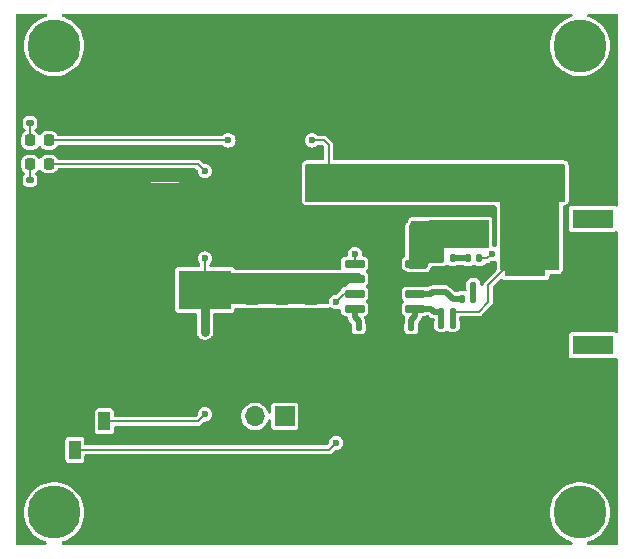
<source format=gtl>
G04 #@! TF.GenerationSoftware,KiCad,Pcbnew,8.0.2*
G04 #@! TF.CreationDate,2024-06-29T10:38:53+01:00*
G04 #@! TF.ProjectId,NB3_charger,4e42335f-706f-4776-9572-2e6b69636164,0.0.5*
G04 #@! TF.SameCoordinates,PX7bfa480PY7c37510*
G04 #@! TF.FileFunction,Copper,L1,Top*
G04 #@! TF.FilePolarity,Positive*
%FSLAX46Y46*%
G04 Gerber Fmt 4.6, Leading zero omitted, Abs format (unit mm)*
G04 Created by KiCad (PCBNEW 8.0.2) date 2024-06-29 10:38:53*
%MOMM*%
%LPD*%
G01*
G04 APERTURE LIST*
G04 Aperture macros list*
%AMRoundRect*
0 Rectangle with rounded corners*
0 $1 Rounding radius*
0 $2 $3 $4 $5 $6 $7 $8 $9 X,Y pos of 4 corners*
0 Add a 4 corners polygon primitive as box body*
4,1,4,$2,$3,$4,$5,$6,$7,$8,$9,$2,$3,0*
0 Add four circle primitives for the rounded corners*
1,1,$1+$1,$2,$3*
1,1,$1+$1,$4,$5*
1,1,$1+$1,$6,$7*
1,1,$1+$1,$8,$9*
0 Add four rect primitives between the rounded corners*
20,1,$1+$1,$2,$3,$4,$5,0*
20,1,$1+$1,$4,$5,$6,$7,0*
20,1,$1+$1,$6,$7,$8,$9,0*
20,1,$1+$1,$8,$9,$2,$3,0*%
G04 Aperture macros list end*
G04 #@! TA.AperFunction,WasherPad*
%ADD10C,4.500000*%
G04 #@! TD*
G04 #@! TA.AperFunction,SMDPad,CuDef*
%ADD11RoundRect,0.243750X-0.456250X0.243750X-0.456250X-0.243750X0.456250X-0.243750X0.456250X0.243750X0*%
G04 #@! TD*
G04 #@! TA.AperFunction,SMDPad,CuDef*
%ADD12RoundRect,0.147500X-0.147500X-0.172500X0.147500X-0.172500X0.147500X0.172500X-0.147500X0.172500X0*%
G04 #@! TD*
G04 #@! TA.AperFunction,SMDPad,CuDef*
%ADD13RoundRect,0.135000X0.185000X-0.135000X0.185000X0.135000X-0.185000X0.135000X-0.185000X-0.135000X0*%
G04 #@! TD*
G04 #@! TA.AperFunction,SMDPad,CuDef*
%ADD14RoundRect,0.243750X0.456250X-0.243750X0.456250X0.243750X-0.456250X0.243750X-0.456250X-0.243750X0*%
G04 #@! TD*
G04 #@! TA.AperFunction,SMDPad,CuDef*
%ADD15RoundRect,0.218750X-0.218750X-0.256250X0.218750X-0.256250X0.218750X0.256250X-0.218750X0.256250X0*%
G04 #@! TD*
G04 #@! TA.AperFunction,SMDPad,CuDef*
%ADD16RoundRect,0.250000X1.025000X-0.787500X1.025000X0.787500X-1.025000X0.787500X-1.025000X-0.787500X0*%
G04 #@! TD*
G04 #@! TA.AperFunction,SMDPad,CuDef*
%ADD17RoundRect,0.135000X-0.185000X0.135000X-0.185000X-0.135000X0.185000X-0.135000X0.185000X0.135000X0*%
G04 #@! TD*
G04 #@! TA.AperFunction,SMDPad,CuDef*
%ADD18R,4.400000X3.300000*%
G04 #@! TD*
G04 #@! TA.AperFunction,SMDPad,CuDef*
%ADD19R,6.200000X3.900000*%
G04 #@! TD*
G04 #@! TA.AperFunction,SMDPad,CuDef*
%ADD20R,1.000000X1.600000*%
G04 #@! TD*
G04 #@! TA.AperFunction,SMDPad,CuDef*
%ADD21RoundRect,0.147500X0.147500X0.172500X-0.147500X0.172500X-0.147500X-0.172500X0.147500X-0.172500X0*%
G04 #@! TD*
G04 #@! TA.AperFunction,ComponentPad*
%ADD22R,1.700000X1.700000*%
G04 #@! TD*
G04 #@! TA.AperFunction,ComponentPad*
%ADD23O,1.700000X1.700000*%
G04 #@! TD*
G04 #@! TA.AperFunction,SMDPad,CuDef*
%ADD24RoundRect,0.147500X0.172500X-0.147500X0.172500X0.147500X-0.172500X0.147500X-0.172500X-0.147500X0*%
G04 #@! TD*
G04 #@! TA.AperFunction,SMDPad,CuDef*
%ADD25R,5.100000X2.350000*%
G04 #@! TD*
G04 #@! TA.AperFunction,SMDPad,CuDef*
%ADD26R,3.505200X0.990600*%
G04 #@! TD*
G04 #@! TA.AperFunction,SMDPad,CuDef*
%ADD27R,3.505200X1.600200*%
G04 #@! TD*
G04 #@! TA.AperFunction,SMDPad,CuDef*
%ADD28RoundRect,0.150000X-0.737500X-0.150000X0.737500X-0.150000X0.737500X0.150000X-0.737500X0.150000X0*%
G04 #@! TD*
G04 #@! TA.AperFunction,ComponentPad*
%ADD29C,0.500000*%
G04 #@! TD*
G04 #@! TA.AperFunction,SMDPad,CuDef*
%ADD30R,2.950000X4.900000*%
G04 #@! TD*
G04 #@! TA.AperFunction,ViaPad*
%ADD31C,0.600000*%
G04 #@! TD*
G04 #@! TA.AperFunction,Conductor*
%ADD32C,0.150000*%
G04 #@! TD*
G04 #@! TA.AperFunction,Conductor*
%ADD33C,0.500000*%
G04 #@! TD*
G04 #@! TA.AperFunction,Conductor*
%ADD34C,4.000000*%
G04 #@! TD*
G04 #@! TA.AperFunction,Conductor*
%ADD35C,0.750000*%
G04 #@! TD*
G04 APERTURE END LIST*
D10*
X3250000Y2750000D03*
D11*
X32500000Y29525000D03*
X32500000Y27650000D03*
D12*
X36015000Y24250000D03*
X36985000Y24250000D03*
D13*
X1200000Y35740000D03*
X1200000Y36760000D03*
D14*
X25000000Y22462500D03*
X25000000Y24337500D03*
D15*
X1212500Y34250000D03*
X2787500Y34250000D03*
D16*
X26500000Y30637500D03*
X26500000Y36862500D03*
D10*
X47750000Y42250000D03*
D14*
X20000000Y22462500D03*
X20000000Y24337500D03*
X30000000Y31650000D03*
X30000000Y33525000D03*
D12*
X37765000Y20850000D03*
X38735000Y20850000D03*
D17*
X1200000Y30870000D03*
X1200000Y29850000D03*
D18*
X16000000Y21600000D03*
D19*
X7050000Y28700000D03*
X7050000Y15800000D03*
D20*
X7500000Y10450000D03*
X5000000Y8050000D03*
X2500000Y10450000D03*
D21*
X38735000Y21950000D03*
X37765000Y21950000D03*
D11*
X20000000Y20837500D03*
X20000000Y18962500D03*
D10*
X47750000Y2750000D03*
D22*
X22775000Y10875000D03*
D23*
X20235000Y10875000D03*
D11*
X22500000Y20837500D03*
X22500000Y18962500D03*
D14*
X32500000Y31650000D03*
X32500000Y33525000D03*
D15*
X1212500Y32250000D03*
X2787500Y32250000D03*
D14*
X22500000Y22462500D03*
X22500000Y24337500D03*
D24*
X36000000Y21415000D03*
X36000000Y22385000D03*
D10*
X3250000Y42250000D03*
D12*
X38265000Y24250000D03*
X39235000Y24250000D03*
D21*
X36985000Y19750000D03*
X36015000Y19750000D03*
D11*
X30000000Y29525000D03*
X30000000Y27650000D03*
X25000000Y20837500D03*
X25000000Y18962500D03*
D21*
X36985000Y18650000D03*
X36015000Y18650000D03*
D25*
X37500000Y26325000D03*
X37500000Y30475000D03*
D12*
X29015000Y18450000D03*
X29985000Y18450000D03*
D21*
X33485000Y18450000D03*
X32515000Y18450000D03*
D26*
X43110598Y19250000D03*
X43110598Y21249998D03*
X43110598Y23249999D03*
X43110598Y25249998D03*
D27*
X48860600Y27599998D03*
X48860600Y16899999D03*
D28*
X28687500Y23805000D03*
X28687500Y22535000D03*
X28687500Y21265000D03*
X28687500Y19995000D03*
X33812500Y19995000D03*
X33812500Y21265000D03*
X33812500Y22535000D03*
X33812500Y23805000D03*
D29*
X30600000Y23850000D03*
X30600000Y22550000D03*
X30600000Y21250000D03*
X30600000Y19950000D03*
D30*
X31250000Y21900000D03*
D29*
X31900000Y23850000D03*
X31900000Y22550000D03*
X31900000Y21250000D03*
X31900000Y19950000D03*
D31*
X31250000Y18400000D03*
X20000000Y25650000D03*
X30500000Y34837500D03*
X42500000Y15250000D03*
X29500000Y36750000D03*
X31250000Y15150000D03*
X25000000Y17650000D03*
X1250000Y37750000D03*
X31750000Y25900000D03*
X20000000Y17650000D03*
X43500000Y15250000D03*
X23500000Y36750000D03*
X30000000Y15150000D03*
X32000000Y34837500D03*
X25000000Y25650000D03*
X1250000Y28750000D03*
X30500000Y25900000D03*
X22500000Y25650000D03*
X32500000Y15150000D03*
X22500000Y17650000D03*
X25100000Y34250000D03*
X18000000Y34250000D03*
X16000000Y11050000D03*
X16000000Y31650000D03*
X16000000Y18850000D03*
X16000000Y24250000D03*
X16000000Y18000000D03*
X40300000Y24650000D03*
X28700000Y24650000D03*
X27100000Y8650000D03*
X27100000Y20565000D03*
D32*
X32500000Y33525000D02*
X30000000Y33525000D01*
D33*
X33812500Y22535000D02*
X35215000Y22535000D01*
D32*
X30500000Y21150000D02*
X31250000Y21900000D01*
D33*
X35365000Y22385000D02*
X36000000Y22385000D01*
D32*
X31915000Y22535000D02*
X31900000Y22550000D01*
X4350000Y15800000D02*
X2500000Y13950000D01*
D33*
X36465000Y22385000D02*
X36900000Y21950000D01*
D32*
X7050000Y15800000D02*
X4350000Y15800000D01*
D33*
X36900000Y21950000D02*
X37765000Y21950000D01*
X33812500Y22535000D02*
X31915000Y22535000D01*
D34*
X7050000Y28700000D02*
X7050000Y15800000D01*
D32*
X2500000Y13950000D02*
X2500000Y10450000D01*
D33*
X36000000Y22385000D02*
X36465000Y22385000D01*
D32*
X5900000Y29850000D02*
X7050000Y28700000D01*
D33*
X35215000Y22535000D02*
X35365000Y22385000D01*
D32*
X1200000Y29850000D02*
X5900000Y29850000D01*
D33*
X36985000Y24250000D02*
X38265000Y24250000D01*
X36985000Y19750000D02*
X36985000Y18650000D01*
D32*
X37737500Y30712500D02*
X37500000Y30475000D01*
X32500000Y29525000D02*
X32500000Y31650000D01*
X26500000Y33850000D02*
X26500000Y30637500D01*
X36985000Y19750000D02*
X39200000Y19750000D01*
X25100000Y34250000D02*
X26100000Y34250000D01*
X39200000Y19750000D02*
X40000000Y20550000D01*
X40000000Y22007500D02*
X41242499Y23249999D01*
X41242499Y23249999D02*
X43110598Y23249999D01*
X30000000Y29525000D02*
X30000000Y31650000D01*
X2787500Y34250000D02*
X18000000Y34250000D01*
X40000000Y20550000D02*
X40000000Y22007500D01*
X32500000Y29525000D02*
X30000000Y29525000D01*
X32500000Y31650000D02*
X30000000Y31650000D01*
X26100000Y34250000D02*
X26500000Y33850000D01*
D33*
X38735000Y21950000D02*
X38735000Y20850000D01*
D35*
X16000000Y18000000D02*
X16000000Y21600000D01*
D32*
X16000000Y24250000D02*
X16000000Y21600000D01*
X2787500Y32250000D02*
X15400000Y32250000D01*
X15400000Y32250000D02*
X16000000Y31650000D01*
X15400000Y10450000D02*
X16000000Y11050000D01*
X7500000Y10450000D02*
X15400000Y10450000D01*
X28687500Y23805000D02*
X28687500Y24637500D01*
X28687500Y24637500D02*
X28700000Y24650000D01*
X39235000Y24250000D02*
X39900000Y24250000D01*
X39900000Y24250000D02*
X40300000Y24650000D01*
D33*
X29015000Y18935000D02*
X29015000Y18450000D01*
X28687500Y19262500D02*
X29015000Y18935000D01*
X28687500Y19995000D02*
X28687500Y19262500D01*
X36435000Y21415000D02*
X37000000Y20850000D01*
X36000000Y21415000D02*
X36435000Y21415000D01*
X37000000Y20850000D02*
X37765000Y20850000D01*
X35115000Y21265000D02*
X35265000Y21415000D01*
X33812500Y21265000D02*
X35115000Y21265000D01*
X35265000Y21415000D02*
X36000000Y21415000D01*
X33485000Y19035000D02*
X33812500Y19362500D01*
X35400000Y19750000D02*
X36015000Y19750000D01*
X36015000Y19750000D02*
X36015000Y18650000D01*
X35155000Y19995000D02*
X35400000Y19750000D01*
X33485000Y18450000D02*
X33485000Y19035000D01*
X33812500Y19362500D02*
X33812500Y19995000D01*
X33812500Y19995000D02*
X35155000Y19995000D01*
D32*
X1200000Y32237500D02*
X1212500Y32250000D01*
X1200000Y30870000D02*
X1200000Y32237500D01*
X1200000Y34262500D02*
X1212500Y34250000D01*
X1200000Y35740000D02*
X1200000Y34262500D01*
X26500000Y8050000D02*
X27100000Y8650000D01*
X27800000Y21265000D02*
X28687500Y21265000D01*
X27100000Y20565000D02*
X27800000Y21265000D01*
X26500000Y8050000D02*
X5000000Y8050000D01*
G04 #@! TA.AperFunction,Conductor*
G36*
X46443039Y32230315D02*
G01*
X46488794Y32177511D01*
X46500000Y32126000D01*
X46500000Y29174000D01*
X46480315Y29106961D01*
X46427511Y29061206D01*
X46376000Y29050000D01*
X24624000Y29050000D01*
X24556961Y29069685D01*
X24511206Y29122489D01*
X24500000Y29174000D01*
X24500000Y32126000D01*
X24519685Y32193039D01*
X24572489Y32238794D01*
X24624000Y32250000D01*
X46376000Y32250000D01*
X46443039Y32230315D01*
G37*
G04 #@! TD.AperFunction*
G04 #@! TA.AperFunction,Conductor*
G36*
X42500000Y14050000D02*
G01*
X29700000Y14050000D01*
X29700000Y16650000D01*
X42500000Y16650000D01*
X42500000Y14050000D01*
G37*
G04 #@! TD.AperFunction*
G04 #@! TA.AperFunction,Conductor*
G36*
X36240314Y27430315D02*
G01*
X36286069Y27377511D01*
X36297245Y27323307D01*
X36289059Y26946685D01*
X36250000Y25149988D01*
X36250000Y24024000D01*
X36230315Y23956961D01*
X36177511Y23911206D01*
X36126000Y23900000D01*
X35000000Y23900000D01*
X34999999Y23900000D01*
X34999998Y23899999D01*
X34784273Y23468546D01*
X34736686Y23417387D01*
X34673364Y23400000D01*
X33374000Y23400000D01*
X33306961Y23419685D01*
X33261206Y23472489D01*
X33250000Y23524000D01*
X33250000Y26946685D01*
X33269685Y27013724D01*
X33299694Y27045955D01*
X33309327Y27053166D01*
X33309327Y27053167D01*
X33309331Y27053169D01*
X33394503Y27166946D01*
X33444171Y27300109D01*
X33448380Y27339256D01*
X33475118Y27403807D01*
X33532510Y27443655D01*
X33571669Y27450000D01*
X36173275Y27450000D01*
X36240314Y27430315D01*
G37*
G04 #@! TD.AperFunction*
G04 #@! TA.AperFunction,Conductor*
G36*
X46000000Y29050000D02*
G01*
X46000000Y23374000D01*
X45980315Y23306961D01*
X45927511Y23261206D01*
X45876000Y23250000D01*
X41124000Y23250000D01*
X41056961Y23269685D01*
X41011206Y23322489D01*
X41000000Y23374000D01*
X41000000Y29050000D01*
X41000000Y32250000D01*
X46000000Y32250000D01*
X46000000Y29050000D01*
G37*
G04 #@! TD.AperFunction*
G04 #@! TA.AperFunction,Conductor*
G36*
X33500000Y35650000D02*
G01*
X23100000Y35650000D01*
X23100000Y38250000D01*
X33500000Y38250000D01*
X33500000Y35650000D01*
G37*
G04 #@! TD.AperFunction*
G04 #@! TA.AperFunction,Conductor*
G36*
X46000000Y14050000D02*
G01*
X41000000Y14050000D01*
X41000000Y21250000D01*
X46000000Y21250000D01*
X46000000Y14050000D01*
G37*
G04 #@! TD.AperFunction*
G04 #@! TA.AperFunction,Conductor*
G36*
X23500000Y26050000D02*
G01*
X18700000Y26050000D01*
X18700000Y38250000D01*
X23500000Y38250000D01*
X23500000Y26050000D01*
G37*
G04 #@! TD.AperFunction*
G04 #@! TA.AperFunction,Conductor*
G36*
X33500000Y33050000D02*
G01*
X28900000Y33050000D01*
X28900000Y36050000D01*
X33500000Y36050000D01*
X33500000Y33050000D01*
G37*
G04 #@! TD.AperFunction*
G04 #@! TA.AperFunction,Conductor*
G36*
X26300000Y23650000D02*
G01*
X18700000Y23650000D01*
X18700000Y26250000D01*
X26300000Y26250000D01*
X26300000Y23650000D01*
G37*
G04 #@! TD.AperFunction*
G04 #@! TA.AperFunction,Conductor*
G36*
X26300000Y17050000D02*
G01*
X18700000Y17050000D01*
X18700000Y19650000D01*
X26300000Y19650000D01*
X26300000Y17050000D01*
G37*
G04 #@! TD.AperFunction*
G04 #@! TA.AperFunction,Conductor*
G36*
X23500000Y27050000D02*
G01*
X4000000Y27050000D01*
X4000000Y30650000D01*
X23500000Y30750000D01*
X23500000Y27050000D01*
G37*
G04 #@! TD.AperFunction*
G04 #@! TA.AperFunction,Conductor*
G36*
X29175500Y22980038D02*
G01*
X29230038Y22925500D01*
X29250000Y22851000D01*
X29250000Y22299000D01*
X29230038Y22224500D01*
X29175500Y22169962D01*
X29101000Y22150000D01*
X28200000Y22150000D01*
X27955521Y21905522D01*
X27888726Y21866958D01*
X27868008Y21863238D01*
X27865304Y21862647D01*
X27737116Y21817793D01*
X27627851Y21737152D01*
X27627848Y21737149D01*
X27547207Y21627885D01*
X27512883Y21529789D01*
X27477603Y21473642D01*
X27217917Y21213956D01*
X27151122Y21175392D01*
X27109764Y21172676D01*
X27109764Y21170682D01*
X27099997Y21170682D01*
X26943242Y21150046D01*
X26797159Y21089537D01*
X26671718Y20993283D01*
X26671717Y20993282D01*
X26575463Y20867841D01*
X26514954Y20721758D01*
X26494318Y20565003D01*
X26494318Y20555235D01*
X26492124Y20555235D01*
X26483798Y20491983D01*
X26436847Y20430792D01*
X26365591Y20401275D01*
X26346139Y20400000D01*
X17599000Y20400000D01*
X17524500Y20419962D01*
X17469962Y20474500D01*
X17450000Y20549000D01*
X17450000Y22851000D01*
X17469962Y22925500D01*
X17524500Y22980038D01*
X17599000Y23000000D01*
X29101000Y23000000D01*
X29175500Y22980038D01*
G37*
G04 #@! TD.AperFunction*
G04 #@! TA.AperFunction,Conductor*
G36*
X32700000Y26050000D02*
G01*
X23100000Y26050000D01*
X23100000Y28650000D01*
X32700000Y28650000D01*
X32700000Y26050000D01*
G37*
G04 #@! TD.AperFunction*
G04 #@! TA.AperFunction,Conductor*
G36*
X32700000Y24205543D02*
G01*
X32672207Y24167884D01*
X32627353Y24039696D01*
X32624500Y24009276D01*
X32624500Y23600725D01*
X32627353Y23570305D01*
X32672207Y23442117D01*
X32700000Y23404459D01*
X32700000Y21665543D01*
X32672207Y21627884D01*
X32627353Y21499696D01*
X32624500Y21469276D01*
X32624500Y21060725D01*
X32627353Y21030305D01*
X32672207Y20902117D01*
X32700000Y20864459D01*
X32700000Y20395543D01*
X32672207Y20357884D01*
X32627353Y20229696D01*
X32624500Y20199276D01*
X32624500Y19790725D01*
X32627353Y19760305D01*
X32672207Y19632117D01*
X32700000Y19594459D01*
X32700000Y14650000D01*
X29700000Y14650000D01*
X29700000Y19488052D01*
X29747150Y19522850D01*
X29827793Y19632118D01*
X29872646Y19760301D01*
X29875500Y19790734D01*
X29875500Y20199266D01*
X29872646Y20229699D01*
X29827793Y20357882D01*
X29747150Y20467150D01*
X29700000Y20501949D01*
X29700000Y20758052D01*
X29747150Y20792850D01*
X29827793Y20902118D01*
X29872646Y21030301D01*
X29875500Y21060734D01*
X29875500Y21469266D01*
X29872646Y21499699D01*
X29827793Y21627882D01*
X29747150Y21737150D01*
X29700000Y21771949D01*
X29700000Y22028052D01*
X29747150Y22062850D01*
X29827793Y22172118D01*
X29872646Y22300301D01*
X29875500Y22330734D01*
X29875500Y22739266D01*
X29872646Y22769699D01*
X29827793Y22897882D01*
X29747150Y23007150D01*
X29700000Y23041949D01*
X29700000Y23298052D01*
X29747150Y23332850D01*
X29827793Y23442118D01*
X29872646Y23570301D01*
X29875500Y23600734D01*
X29875500Y24009266D01*
X29872646Y24039699D01*
X29827793Y24167882D01*
X29747150Y24277150D01*
X29747148Y24277152D01*
X29700000Y24311949D01*
X29700000Y28650000D01*
X32700000Y28650000D01*
X32700000Y24205543D01*
G37*
G04 #@! TD.AperFunction*
G04 #@! TA.AperFunction,Conductor*
G36*
X15514141Y17601268D02*
G01*
X15514144Y17601264D01*
X15601263Y17514145D01*
X15601267Y17514142D01*
X15703707Y17445693D01*
X15703713Y17445690D01*
X15703714Y17445689D01*
X15817548Y17398537D01*
X15938389Y17374501D01*
X15938393Y17374500D01*
X15938394Y17374500D01*
X16061607Y17374500D01*
X16061608Y17374501D01*
X16182452Y17398537D01*
X16296286Y17445689D01*
X16398733Y17514142D01*
X16485858Y17601267D01*
X16518420Y17650000D01*
X30800000Y17650000D01*
X30800000Y14050000D01*
X4000000Y14050000D01*
X4000000Y17650000D01*
X15481579Y17650000D01*
X15514141Y17601268D01*
G37*
G04 #@! TD.AperFunction*
G04 #@! TA.AperFunction,Conductor*
G36*
X26688598Y20123765D02*
G01*
X26688601Y20123763D01*
X26694767Y20119032D01*
X26797159Y20040464D01*
X26943238Y19979956D01*
X26943241Y19979956D01*
X26943243Y19979955D01*
X26943240Y19979955D01*
X27099997Y19959318D01*
X27100000Y19959318D01*
X27100003Y19959318D01*
X27256755Y19979955D01*
X27256755Y19979956D01*
X27256762Y19979956D01*
X27293483Y19995167D01*
X27369947Y20005233D01*
X27441204Y19975718D01*
X27488158Y19914529D01*
X27499500Y19857508D01*
X27499500Y19790725D01*
X27502353Y19760305D01*
X27547207Y19632117D01*
X27627848Y19522852D01*
X27627851Y19522849D01*
X27737116Y19442208D01*
X27737117Y19442208D01*
X27737118Y19442207D01*
X27865301Y19397354D01*
X27895734Y19394500D01*
X27988000Y19394500D01*
X28062500Y19374538D01*
X28117038Y19320000D01*
X28137000Y19245500D01*
X28137000Y19190025D01*
X28159120Y19107474D01*
X28174516Y19050014D01*
X28246990Y18924485D01*
X28376444Y18795031D01*
X28415008Y18728236D01*
X28419084Y18679961D01*
X28419385Y18679946D01*
X28419500Y18679946D01*
X28419500Y18679941D01*
X28419663Y18679933D01*
X28419500Y18676454D01*
X28419500Y18223543D01*
X28419501Y18223540D01*
X28422339Y18193264D01*
X28466941Y18065801D01*
X28466942Y18065799D01*
X28547136Y17957140D01*
X28547139Y17957137D01*
X28655797Y17876944D01*
X28655798Y17876944D01*
X28655799Y17876943D01*
X28783271Y17832338D01*
X28783272Y17832338D01*
X28783275Y17832337D01*
X28795625Y17831180D01*
X28813537Y17829500D01*
X29216462Y17829501D01*
X29246729Y17832338D01*
X29246734Y17832340D01*
X29246736Y17832340D01*
X29374199Y17876942D01*
X29374201Y17876943D01*
X29450798Y17933474D01*
X29482862Y17957138D01*
X29563057Y18065799D01*
X29607662Y18193271D01*
X29607662Y18193274D01*
X29607663Y18193276D01*
X29610499Y18223527D01*
X29610500Y18223537D01*
X29610499Y18676462D01*
X29607662Y18706729D01*
X29573862Y18803324D01*
X29565500Y18852536D01*
X29565500Y19007475D01*
X29565499Y19007477D01*
X29560941Y19024487D01*
X29527984Y19147485D01*
X29527984Y19147486D01*
X29524894Y19152837D01*
X29524892Y19152841D01*
X29494812Y19204942D01*
X29474850Y19279438D01*
X29494812Y19353938D01*
X29549349Y19408476D01*
X29574637Y19420077D01*
X29637882Y19442207D01*
X29700000Y19488052D01*
X29700000Y17650000D01*
X26300000Y17650000D01*
X26300000Y19650000D01*
X18700000Y19650000D01*
X18700000Y17650000D01*
X16578554Y17650000D01*
X16598620Y17680031D01*
X16649540Y17802964D01*
X16675500Y17933469D01*
X16675500Y19500501D01*
X16695462Y19575001D01*
X16750000Y19629539D01*
X16824500Y19649501D01*
X18244867Y19649501D01*
X18259940Y19651250D01*
X18269991Y19652415D01*
X18372765Y19697794D01*
X18452206Y19777235D01*
X18497585Y19880009D01*
X18500500Y19905135D01*
X18500500Y19945500D01*
X18520462Y20020000D01*
X18575000Y20074538D01*
X18649500Y20094500D01*
X19297884Y20094500D01*
X19352546Y20084111D01*
X19413678Y20060003D01*
X19430095Y20058032D01*
X19501140Y20049500D01*
X19501141Y20049500D01*
X20498859Y20049500D01*
X20498860Y20049500D01*
X20586321Y20060003D01*
X20647454Y20084111D01*
X20702116Y20094500D01*
X21797884Y20094500D01*
X21852546Y20084111D01*
X21913678Y20060003D01*
X21930095Y20058032D01*
X22001140Y20049500D01*
X22001141Y20049500D01*
X22998859Y20049500D01*
X22998860Y20049500D01*
X23086321Y20060003D01*
X23147454Y20084111D01*
X23202116Y20094500D01*
X24297884Y20094500D01*
X24352546Y20084111D01*
X24413678Y20060003D01*
X24430095Y20058032D01*
X24501140Y20049500D01*
X24501141Y20049500D01*
X25498859Y20049500D01*
X25498860Y20049500D01*
X25586321Y20060003D01*
X25647454Y20084111D01*
X25702116Y20094500D01*
X26346143Y20094500D01*
X26348328Y20094572D01*
X26366120Y20095154D01*
X26385572Y20096429D01*
X26482507Y20119032D01*
X26540874Y20143211D01*
X26617341Y20153279D01*
X26688598Y20123765D01*
G37*
G04 #@! TD.AperFunction*
G04 #@! TA.AperFunction,Conductor*
G36*
X32752848Y20792852D02*
G01*
X32752851Y20792849D01*
X32811065Y20749885D01*
X32859154Y20689584D01*
X32870649Y20613317D01*
X32842471Y20541521D01*
X32811065Y20510115D01*
X32752851Y20467152D01*
X32752848Y20467149D01*
X32700000Y20395543D01*
X32700000Y20864459D01*
X32752848Y20792852D01*
G37*
G04 #@! TD.AperFunction*
G04 #@! TA.AperFunction,Conductor*
G36*
X29700000Y20501948D02*
G01*
X29688934Y20510115D01*
X29640846Y20570415D01*
X29629350Y20646681D01*
X29657527Y20718478D01*
X29688933Y20749885D01*
X29700000Y20758053D01*
X29700000Y20501948D01*
G37*
G04 #@! TD.AperFunction*
G04 #@! TA.AperFunction,Conductor*
G36*
X40636204Y24058648D02*
G01*
X40683157Y23997458D01*
X40694500Y23940437D01*
X40694500Y23374006D01*
X40694501Y23373986D01*
X40700563Y23317601D01*
X40688679Y23241394D01*
X40657776Y23196315D01*
X39769438Y22307975D01*
X39699525Y22238063D01*
X39699523Y22238061D01*
X39650091Y22152441D01*
X39623422Y22052913D01*
X39584857Y21986119D01*
X39518061Y21947556D01*
X39440933Y21947556D01*
X39374139Y21986121D01*
X39335576Y22052917D01*
X39330499Y22091479D01*
X39330499Y22176458D01*
X39330499Y22176462D01*
X39327662Y22206729D01*
X39327660Y22206734D01*
X39327660Y22206737D01*
X39283058Y22334200D01*
X39283057Y22334202D01*
X39202863Y22442861D01*
X39202860Y22442864D01*
X39094202Y22523057D01*
X38966724Y22567664D01*
X38936463Y22570500D01*
X38533542Y22570500D01*
X38533539Y22570500D01*
X38533538Y22570499D01*
X38503271Y22567662D01*
X38503270Y22567662D01*
X38503263Y22567661D01*
X38375800Y22523059D01*
X38375798Y22523058D01*
X38267139Y22442864D01*
X38267136Y22442861D01*
X38186943Y22334203D01*
X38142336Y22206725D01*
X38139500Y22176474D01*
X38139500Y21723543D01*
X38139500Y21723541D01*
X38139501Y21723538D01*
X38142338Y21693271D01*
X38142338Y21693269D01*
X38142339Y21693268D01*
X38152182Y21665139D01*
X38157947Y21588227D01*
X38124482Y21518737D01*
X38060756Y21475289D01*
X37997638Y21467577D01*
X37990184Y21468276D01*
X37966463Y21470500D01*
X37966455Y21470500D01*
X37563542Y21470500D01*
X37563539Y21470500D01*
X37563538Y21470499D01*
X37533271Y21467662D01*
X37533270Y21467662D01*
X37533263Y21467661D01*
X37405800Y21423059D01*
X37395927Y21417840D01*
X37393998Y21421489D01*
X37342824Y21401430D01*
X37326205Y21400500D01*
X37289742Y21400500D01*
X37215242Y21420462D01*
X37184383Y21444141D01*
X36773015Y21855510D01*
X36739480Y21874871D01*
X36647485Y21927984D01*
X36550613Y21953941D01*
X36550610Y21953942D01*
X36550608Y21953943D01*
X36507479Y21965499D01*
X36507478Y21965500D01*
X36507475Y21965500D01*
X36507471Y21965500D01*
X36402534Y21965500D01*
X36353323Y21973862D01*
X36256729Y22007662D01*
X36256728Y22007663D01*
X36256727Y22007663D01*
X36226463Y22010500D01*
X35773542Y22010500D01*
X35773539Y22010500D01*
X35773538Y22010499D01*
X35743271Y22007662D01*
X35743268Y22007662D01*
X35743267Y22007661D01*
X35646678Y21973862D01*
X35597466Y21965500D01*
X35192525Y21965500D01*
X35192522Y21965500D01*
X35192520Y21965499D01*
X35149386Y21953942D01*
X35149387Y21953941D01*
X35052513Y21927984D01*
X34926980Y21855507D01*
X34919235Y21849564D01*
X34917636Y21851648D01*
X34863821Y21820577D01*
X34825257Y21815500D01*
X34794751Y21815500D01*
X34745541Y21823861D01*
X34634699Y21862646D01*
X34634697Y21862647D01*
X34634695Y21862647D01*
X34604275Y21865500D01*
X34604266Y21865500D01*
X33020734Y21865500D01*
X33020724Y21865500D01*
X32990304Y21862647D01*
X32862116Y21817793D01*
X32752851Y21737152D01*
X32752848Y21737149D01*
X32700000Y21665543D01*
X32700000Y23404459D01*
X32752848Y23332852D01*
X32752851Y23332849D01*
X32862116Y23252208D01*
X32862117Y23252208D01*
X32862118Y23252207D01*
X32990301Y23207354D01*
X33020734Y23204500D01*
X33035198Y23204500D01*
X33109698Y23184538D01*
X33120746Y23177481D01*
X33220884Y23126563D01*
X33220886Y23126563D01*
X33220889Y23126561D01*
X33287928Y23106876D01*
X33287931Y23106876D01*
X33287932Y23106875D01*
X33373989Y23094501D01*
X33373997Y23094501D01*
X33374000Y23094500D01*
X33374003Y23094500D01*
X34673363Y23094500D01*
X34673364Y23094500D01*
X34754254Y23105404D01*
X34817576Y23122791D01*
X34870106Y23142561D01*
X34960375Y23209316D01*
X35007962Y23260475D01*
X35057521Y23331923D01*
X35147627Y23512135D01*
X35198800Y23569842D01*
X35271970Y23594232D01*
X35280897Y23594500D01*
X36125995Y23594500D01*
X36126000Y23594500D01*
X36190941Y23601482D01*
X36242452Y23612688D01*
X36280658Y23623646D01*
X36355769Y23667576D01*
X36364411Y23671567D01*
X36364327Y23671726D01*
X36374196Y23676942D01*
X36374201Y23676943D01*
X36411521Y23704486D01*
X36483317Y23732664D01*
X36559584Y23721169D01*
X36588479Y23704486D01*
X36625797Y23676944D01*
X36625798Y23676944D01*
X36625799Y23676943D01*
X36753271Y23632338D01*
X36753272Y23632338D01*
X36753275Y23632337D01*
X36765625Y23631180D01*
X36783537Y23629500D01*
X37186462Y23629501D01*
X37216729Y23632338D01*
X37216734Y23632340D01*
X37216736Y23632340D01*
X37344199Y23676942D01*
X37354073Y23682160D01*
X37356001Y23678512D01*
X37407176Y23698570D01*
X37423795Y23699500D01*
X37826205Y23699500D01*
X37895305Y23680985D01*
X37895927Y23682160D01*
X37905794Y23676945D01*
X37905798Y23676944D01*
X37905799Y23676943D01*
X38033271Y23632338D01*
X38033272Y23632338D01*
X38033275Y23632337D01*
X38045625Y23631180D01*
X38063537Y23629500D01*
X38466462Y23629501D01*
X38496729Y23632338D01*
X38496734Y23632340D01*
X38496736Y23632340D01*
X38624199Y23676942D01*
X38624199Y23676943D01*
X38624201Y23676943D01*
X38661521Y23704486D01*
X38733317Y23732664D01*
X38809584Y23721169D01*
X38838479Y23704486D01*
X38875797Y23676944D01*
X38875798Y23676944D01*
X38875799Y23676943D01*
X39003271Y23632338D01*
X39003272Y23632338D01*
X39003275Y23632337D01*
X39015625Y23631180D01*
X39033537Y23629500D01*
X39436462Y23629501D01*
X39466729Y23632338D01*
X39466734Y23632340D01*
X39466736Y23632340D01*
X39594199Y23676942D01*
X39594201Y23676943D01*
X39624765Y23699500D01*
X39702862Y23757138D01*
X39721387Y23782239D01*
X39744813Y23813979D01*
X39805114Y23862068D01*
X39864698Y23874500D01*
X39949433Y23874500D01*
X39949436Y23874500D01*
X39997186Y23887295D01*
X40044938Y23900090D01*
X40130562Y23949525D01*
X40182082Y24001046D01*
X40248875Y24039609D01*
X40290234Y24042319D01*
X40290234Y24044318D01*
X40300003Y24044318D01*
X40456759Y24064955D01*
X40456761Y24064956D01*
X40456762Y24064956D01*
X40488480Y24078095D01*
X40564947Y24088162D01*
X40636204Y24058648D01*
G37*
G04 #@! TD.AperFunction*
G04 #@! TA.AperFunction,Conductor*
G36*
X29700000Y21771948D02*
G01*
X29688934Y21780115D01*
X29640846Y21840415D01*
X29629350Y21916681D01*
X29657527Y21988478D01*
X29688933Y22019885D01*
X29700000Y22028053D01*
X29700000Y21771948D01*
G37*
G04 #@! TD.AperFunction*
G04 #@! TA.AperFunction,Conductor*
G36*
X29700000Y23041948D02*
G01*
X29688934Y23050115D01*
X29640846Y23110415D01*
X29629350Y23186681D01*
X29657527Y23258478D01*
X29688933Y23289885D01*
X29700000Y23298053D01*
X29700000Y23041948D01*
G37*
G04 #@! TD.AperFunction*
G04 #@! TA.AperFunction,Conductor*
G36*
X2558948Y44969538D02*
G01*
X2613486Y44915000D01*
X2633448Y44840500D01*
X2613486Y44766000D01*
X2558948Y44711462D01*
X2521505Y44696183D01*
X2490934Y44688334D01*
X2460300Y44680468D01*
X2460294Y44680466D01*
X2161907Y44562326D01*
X2161900Y44562323D01*
X1880673Y44407718D01*
X1621032Y44219077D01*
X1387089Y43999391D01*
X1182518Y43752105D01*
X1010564Y43481149D01*
X1010561Y43481142D01*
X873916Y43190758D01*
X774744Y42885538D01*
X714608Y42570294D01*
X694457Y42250000D01*
X714608Y41929706D01*
X774744Y41614462D01*
X873916Y41309242D01*
X873919Y41309236D01*
X1010564Y41018852D01*
X1182518Y40747896D01*
X1182522Y40747890D01*
X1387089Y40500610D01*
X1621036Y40280920D01*
X1828744Y40130012D01*
X1880673Y40092283D01*
X2038755Y40005377D01*
X2161903Y39937676D01*
X2460294Y39819534D01*
X2771139Y39739723D01*
X3089536Y39699500D01*
X3410464Y39699500D01*
X3728861Y39739723D01*
X4039706Y39819534D01*
X4338097Y39937676D01*
X4619328Y40092284D01*
X4878964Y40280920D01*
X5112911Y40500610D01*
X5317478Y40747890D01*
X5489439Y41018858D01*
X5626084Y41309242D01*
X5725256Y41614462D01*
X5785392Y41929706D01*
X5805543Y42250000D01*
X5785392Y42570294D01*
X5725256Y42885538D01*
X5626084Y43190758D01*
X5489439Y43481142D01*
X5317478Y43752110D01*
X5112911Y43999390D01*
X4878964Y44219080D01*
X4723182Y44332262D01*
X4619326Y44407718D01*
X4338099Y44562323D01*
X4338092Y44562326D01*
X4323505Y44568102D01*
X4039706Y44680466D01*
X4039701Y44680468D01*
X4039699Y44680468D01*
X4020935Y44685286D01*
X3978496Y44696182D01*
X3911302Y44734043D01*
X3872041Y44800431D01*
X3871233Y44877554D01*
X3909095Y44944750D01*
X3975483Y44984011D01*
X4015552Y44989500D01*
X46984448Y44989500D01*
X47058948Y44969538D01*
X47113486Y44915000D01*
X47133448Y44840500D01*
X47113486Y44766000D01*
X47058948Y44711462D01*
X47021505Y44696183D01*
X46990934Y44688334D01*
X46960300Y44680468D01*
X46960294Y44680466D01*
X46661907Y44562326D01*
X46661900Y44562323D01*
X46380673Y44407718D01*
X46121032Y44219077D01*
X45887089Y43999391D01*
X45682518Y43752105D01*
X45510564Y43481149D01*
X45510561Y43481142D01*
X45373916Y43190758D01*
X45274744Y42885538D01*
X45214608Y42570294D01*
X45194457Y42250000D01*
X45214608Y41929706D01*
X45274744Y41614462D01*
X45373916Y41309242D01*
X45373919Y41309236D01*
X45510564Y41018852D01*
X45682518Y40747896D01*
X45682522Y40747890D01*
X45887089Y40500610D01*
X46121036Y40280920D01*
X46328744Y40130012D01*
X46380673Y40092283D01*
X46538755Y40005377D01*
X46661903Y39937676D01*
X46960294Y39819534D01*
X47271139Y39739723D01*
X47589536Y39699500D01*
X47910464Y39699500D01*
X48228861Y39739723D01*
X48539706Y39819534D01*
X48838097Y39937676D01*
X49119328Y40092284D01*
X49378964Y40280920D01*
X49612911Y40500610D01*
X49817478Y40747890D01*
X49989439Y41018858D01*
X50126084Y41309242D01*
X50225256Y41614462D01*
X50285392Y41929706D01*
X50305543Y42250000D01*
X50285392Y42570294D01*
X50225256Y42885538D01*
X50126084Y43190758D01*
X49989439Y43481142D01*
X49817478Y43752110D01*
X49612911Y43999390D01*
X49378964Y44219080D01*
X49223182Y44332262D01*
X49119326Y44407718D01*
X48838099Y44562323D01*
X48838092Y44562326D01*
X48823505Y44568102D01*
X48539706Y44680466D01*
X48539701Y44680468D01*
X48539699Y44680468D01*
X48520935Y44685286D01*
X48478496Y44696182D01*
X48411302Y44734043D01*
X48372041Y44800431D01*
X48371233Y44877554D01*
X48409095Y44944750D01*
X48475483Y44984011D01*
X48515552Y44989500D01*
X50840500Y44989500D01*
X50915000Y44969538D01*
X50969538Y44915000D01*
X50989500Y44840500D01*
X50989500Y28791103D01*
X50969538Y28716603D01*
X50915000Y28662065D01*
X50840500Y28642103D01*
X50780317Y28654798D01*
X50683191Y28697683D01*
X50658065Y28700598D01*
X50658059Y28700598D01*
X47063133Y28700598D01*
X47038010Y28697684D01*
X47038007Y28697683D01*
X46935235Y28652305D01*
X46855793Y28572863D01*
X46810416Y28470093D01*
X46810415Y28470090D01*
X46810415Y28470089D01*
X46807500Y28444963D01*
X46807500Y28444962D01*
X46807500Y28444958D01*
X46807500Y26755032D01*
X46810414Y26729909D01*
X46810415Y26729906D01*
X46855793Y26627134D01*
X46855794Y26627133D01*
X46935235Y26547692D01*
X47038009Y26502313D01*
X47063135Y26499398D01*
X50658064Y26499399D01*
X50658066Y26499399D01*
X50670627Y26500856D01*
X50683191Y26502313D01*
X50780317Y26545199D01*
X50856530Y26557029D01*
X50928450Y26529168D01*
X50976804Y26469079D01*
X50989500Y26408894D01*
X50989500Y18091104D01*
X50969538Y18016604D01*
X50915000Y17962066D01*
X50840500Y17942104D01*
X50780317Y17954799D01*
X50683191Y17997684D01*
X50658065Y18000599D01*
X50658059Y18000599D01*
X47063133Y18000599D01*
X47038010Y17997685D01*
X47038007Y17997684D01*
X46935235Y17952306D01*
X46855793Y17872864D01*
X46810416Y17770094D01*
X46810415Y17770091D01*
X46810415Y17770090D01*
X46807500Y17744964D01*
X46807500Y17744963D01*
X46807500Y17744959D01*
X46807500Y16055033D01*
X46810414Y16029910D01*
X46810415Y16029907D01*
X46855793Y15927135D01*
X46855794Y15927134D01*
X46935235Y15847693D01*
X47038009Y15802314D01*
X47063135Y15799399D01*
X50658064Y15799400D01*
X50658066Y15799400D01*
X50670627Y15800857D01*
X50683191Y15802314D01*
X50780317Y15845200D01*
X50856530Y15857030D01*
X50928450Y15829169D01*
X50976804Y15769080D01*
X50989500Y15708895D01*
X50989500Y159500D01*
X50969538Y85000D01*
X50915000Y30462D01*
X50840500Y10500D01*
X48515552Y10500D01*
X48441052Y30462D01*
X48386514Y85000D01*
X48366552Y159500D01*
X48386514Y234000D01*
X48441052Y288538D01*
X48478494Y303818D01*
X48539706Y319534D01*
X48838097Y437676D01*
X49119328Y592284D01*
X49378964Y780920D01*
X49612911Y1000610D01*
X49817478Y1247890D01*
X49989439Y1518858D01*
X50126084Y1809242D01*
X50225256Y2114462D01*
X50285392Y2429706D01*
X50305543Y2750000D01*
X50285392Y3070294D01*
X50225256Y3385538D01*
X50126084Y3690758D01*
X49989439Y3981142D01*
X49817478Y4252110D01*
X49612911Y4499390D01*
X49378964Y4719080D01*
X49223182Y4832262D01*
X49119326Y4907718D01*
X48838099Y5062323D01*
X48838092Y5062326D01*
X48823505Y5068102D01*
X48539706Y5180466D01*
X48228861Y5260277D01*
X48228860Y5260278D01*
X48228857Y5260278D01*
X47910465Y5300500D01*
X47910464Y5300500D01*
X47589536Y5300500D01*
X47589534Y5300500D01*
X47271142Y5260278D01*
X46960297Y5180467D01*
X46960294Y5180466D01*
X46661907Y5062326D01*
X46661900Y5062323D01*
X46380673Y4907718D01*
X46121032Y4719077D01*
X45887089Y4499391D01*
X45682518Y4252105D01*
X45510564Y3981149D01*
X45510561Y3981142D01*
X45373916Y3690758D01*
X45274744Y3385538D01*
X45214608Y3070294D01*
X45194457Y2750000D01*
X45214608Y2429706D01*
X45274744Y2114462D01*
X45373916Y1809242D01*
X45373919Y1809236D01*
X45510564Y1518852D01*
X45682518Y1247896D01*
X45682522Y1247890D01*
X45887089Y1000610D01*
X46121036Y780920D01*
X46328744Y630012D01*
X46380673Y592283D01*
X46538755Y505377D01*
X46661903Y437676D01*
X46960294Y319534D01*
X47021503Y303819D01*
X47088698Y265957D01*
X47127959Y199569D01*
X47128767Y122446D01*
X47090905Y55250D01*
X47024517Y15989D01*
X46984448Y10500D01*
X4015552Y10500D01*
X3941052Y30462D01*
X3886514Y85000D01*
X3866552Y159500D01*
X3886514Y234000D01*
X3941052Y288538D01*
X3978494Y303818D01*
X4039706Y319534D01*
X4338097Y437676D01*
X4619328Y592284D01*
X4878964Y780920D01*
X5112911Y1000610D01*
X5317478Y1247890D01*
X5489439Y1518858D01*
X5626084Y1809242D01*
X5725256Y2114462D01*
X5785392Y2429706D01*
X5805543Y2750000D01*
X5785392Y3070294D01*
X5725256Y3385538D01*
X5626084Y3690758D01*
X5489439Y3981142D01*
X5317478Y4252110D01*
X5112911Y4499390D01*
X4878964Y4719080D01*
X4723182Y4832262D01*
X4619326Y4907718D01*
X4338099Y5062323D01*
X4338092Y5062326D01*
X4323505Y5068102D01*
X4039706Y5180466D01*
X3728861Y5260277D01*
X3728860Y5260278D01*
X3728857Y5260278D01*
X3410465Y5300500D01*
X3410464Y5300500D01*
X3089536Y5300500D01*
X3089534Y5300500D01*
X2771142Y5260278D01*
X2460297Y5180467D01*
X2460294Y5180466D01*
X2161907Y5062326D01*
X2161900Y5062323D01*
X1880673Y4907718D01*
X1621032Y4719077D01*
X1387089Y4499391D01*
X1182518Y4252105D01*
X1010564Y3981149D01*
X1010561Y3981142D01*
X873916Y3690758D01*
X774744Y3385538D01*
X714608Y3070294D01*
X694457Y2750000D01*
X714608Y2429706D01*
X774744Y2114462D01*
X873916Y1809242D01*
X873919Y1809236D01*
X1010564Y1518852D01*
X1182518Y1247896D01*
X1182522Y1247890D01*
X1387089Y1000610D01*
X1621036Y780920D01*
X1828744Y630012D01*
X1880673Y592283D01*
X2038755Y505377D01*
X2161903Y437676D01*
X2460294Y319534D01*
X2521503Y303819D01*
X2588698Y265957D01*
X2627959Y199569D01*
X2628767Y122446D01*
X2590905Y55250D01*
X2524517Y15989D01*
X2484448Y10500D01*
X159500Y10500D01*
X85000Y30462D01*
X30462Y85000D01*
X10500Y159500D01*
X10500Y8894865D01*
X4199500Y8894865D01*
X4199500Y8894864D01*
X4199500Y8894860D01*
X4199500Y7205134D01*
X4202414Y7180011D01*
X4202415Y7180008D01*
X4247793Y7077236D01*
X4247794Y7077235D01*
X4327235Y6997794D01*
X4430009Y6952415D01*
X4455135Y6949500D01*
X5544864Y6949501D01*
X5544866Y6949501D01*
X5557427Y6950958D01*
X5569991Y6952415D01*
X5672765Y6997794D01*
X5752206Y7077235D01*
X5797585Y7180009D01*
X5800500Y7205135D01*
X5800500Y7525500D01*
X5820462Y7600000D01*
X5875000Y7654538D01*
X5949500Y7674500D01*
X26549433Y7674500D01*
X26549436Y7674500D01*
X26597186Y7687295D01*
X26644938Y7700090D01*
X26730562Y7749525D01*
X26800475Y7819438D01*
X26982081Y8001046D01*
X27048876Y8039609D01*
X27090234Y8042319D01*
X27090234Y8044318D01*
X27100003Y8044318D01*
X27256757Y8064955D01*
X27256758Y8064956D01*
X27256762Y8064956D01*
X27402841Y8125464D01*
X27528282Y8221718D01*
X27624536Y8347159D01*
X27685044Y8493238D01*
X27685935Y8500000D01*
X27705682Y8649998D01*
X27705682Y8650003D01*
X27685045Y8806758D01*
X27685044Y8806760D01*
X27685044Y8806762D01*
X27624536Y8952841D01*
X27528282Y9078282D01*
X27497103Y9102207D01*
X27402840Y9174537D01*
X27322944Y9207631D01*
X27256762Y9235044D01*
X27256760Y9235045D01*
X27256756Y9235046D01*
X27256759Y9235046D01*
X27100003Y9255682D01*
X27099997Y9255682D01*
X26943242Y9235046D01*
X26797159Y9174537D01*
X26671718Y9078283D01*
X26671717Y9078282D01*
X26575463Y8952841D01*
X26514954Y8806758D01*
X26494318Y8650003D01*
X26494318Y8640236D01*
X26491224Y8640236D01*
X26483326Y8580382D01*
X26451046Y8532085D01*
X26388106Y8469143D01*
X26321311Y8430578D01*
X26282745Y8425500D01*
X5949499Y8425500D01*
X5874999Y8445462D01*
X5820461Y8500000D01*
X5800499Y8574500D01*
X5800499Y8894867D01*
X5797585Y8919990D01*
X5797584Y8919992D01*
X5752206Y9022765D01*
X5672765Y9102206D01*
X5672764Y9102207D01*
X5569994Y9147584D01*
X5569991Y9147585D01*
X5569982Y9147586D01*
X5544865Y9150500D01*
X5544859Y9150500D01*
X4455133Y9150500D01*
X4430010Y9147586D01*
X4430007Y9147585D01*
X4327235Y9102207D01*
X4247793Y9022765D01*
X4202416Y8919995D01*
X4202415Y8919992D01*
X4202415Y8919991D01*
X4199500Y8894865D01*
X10500Y8894865D01*
X10500Y11294865D01*
X6699500Y11294865D01*
X6699500Y11294864D01*
X6699500Y11294860D01*
X6699500Y9605134D01*
X6702414Y9580011D01*
X6702415Y9580008D01*
X6747793Y9477236D01*
X6747794Y9477235D01*
X6827235Y9397794D01*
X6930009Y9352415D01*
X6955135Y9349500D01*
X8044864Y9349501D01*
X8044866Y9349501D01*
X8057427Y9350958D01*
X8069991Y9352415D01*
X8172765Y9397794D01*
X8252206Y9477235D01*
X8297585Y9580009D01*
X8300500Y9605135D01*
X8300500Y9925500D01*
X8320462Y10000000D01*
X8375000Y10054538D01*
X8449500Y10074500D01*
X15449433Y10074500D01*
X15449436Y10074500D01*
X15497186Y10087295D01*
X15544938Y10100090D01*
X15630562Y10149525D01*
X15700475Y10219438D01*
X15882081Y10401046D01*
X15948876Y10439609D01*
X15990234Y10442319D01*
X15990234Y10444318D01*
X16000003Y10444318D01*
X16156757Y10464955D01*
X16156758Y10464956D01*
X16156762Y10464956D01*
X16302841Y10525464D01*
X16428282Y10621718D01*
X16524536Y10747159D01*
X16577492Y10875005D01*
X19079571Y10875005D01*
X19079571Y10874996D01*
X19099243Y10662695D01*
X19099243Y10662693D01*
X19099244Y10662690D01*
X19110902Y10621718D01*
X19157593Y10457615D01*
X19157594Y10457613D01*
X19252636Y10266741D01*
X19341154Y10149526D01*
X19381128Y10096593D01*
X19536441Y9955006D01*
X19538697Y9952949D01*
X19538698Y9952948D01*
X19719977Y9840704D01*
X19719983Y9840701D01*
X19807189Y9806918D01*
X19918802Y9763679D01*
X20128390Y9724500D01*
X20128393Y9724500D01*
X20341607Y9724500D01*
X20341610Y9724500D01*
X20551198Y9763679D01*
X20750019Y9840702D01*
X20931302Y9952948D01*
X21088872Y10096593D01*
X21217366Y10266745D01*
X21312405Y10457611D01*
X21332188Y10527143D01*
X21371775Y10593335D01*
X21439155Y10630866D01*
X21516274Y10629679D01*
X21582468Y10590092D01*
X21619999Y10522712D01*
X21624500Y10486367D01*
X21624500Y9980134D01*
X21627414Y9955011D01*
X21627415Y9955008D01*
X21672793Y9852236D01*
X21672794Y9852235D01*
X21752235Y9772794D01*
X21855009Y9727415D01*
X21880135Y9724500D01*
X23669864Y9724501D01*
X23669866Y9724501D01*
X23682427Y9725958D01*
X23694991Y9727415D01*
X23797765Y9772794D01*
X23877206Y9852235D01*
X23922585Y9955009D01*
X23925500Y9980135D01*
X23925499Y11769864D01*
X23922585Y11794991D01*
X23877206Y11897765D01*
X23797765Y11977206D01*
X23797764Y11977207D01*
X23694994Y12022584D01*
X23694991Y12022585D01*
X23694982Y12022586D01*
X23669865Y12025500D01*
X23669859Y12025500D01*
X21880133Y12025500D01*
X21855010Y12022586D01*
X21855007Y12022585D01*
X21752235Y11977207D01*
X21672793Y11897765D01*
X21627416Y11794995D01*
X21627415Y11794992D01*
X21627415Y11794991D01*
X21624500Y11769865D01*
X21624500Y11769864D01*
X21624500Y11769860D01*
X21624500Y11263636D01*
X21604538Y11189136D01*
X21550000Y11134598D01*
X21475500Y11114636D01*
X21401000Y11134598D01*
X21346462Y11189136D01*
X21332188Y11222860D01*
X21312406Y11292386D01*
X21312405Y11292388D01*
X21312405Y11292389D01*
X21217366Y11483255D01*
X21217364Y11483257D01*
X21217363Y11483260D01*
X21088872Y11653407D01*
X20931302Y11797052D01*
X20931301Y11797053D01*
X20750022Y11909297D01*
X20750016Y11909300D01*
X20551204Y11986319D01*
X20551200Y11986320D01*
X20551198Y11986321D01*
X20509280Y11994157D01*
X20341614Y12025500D01*
X20341610Y12025500D01*
X20128390Y12025500D01*
X20128385Y12025500D01*
X19918802Y11986321D01*
X19918795Y11986319D01*
X19719983Y11909300D01*
X19719977Y11909297D01*
X19538698Y11797053D01*
X19538697Y11797052D01*
X19381127Y11653407D01*
X19252636Y11483260D01*
X19157594Y11292388D01*
X19157593Y11292386D01*
X19099243Y11087306D01*
X19079571Y10875005D01*
X16577492Y10875005D01*
X16585044Y10893238D01*
X16585935Y10900000D01*
X16605682Y11049998D01*
X16605682Y11050003D01*
X16585045Y11206758D01*
X16585044Y11206760D01*
X16585044Y11206762D01*
X16524536Y11352841D01*
X16428282Y11478282D01*
X16397103Y11502207D01*
X16302840Y11574537D01*
X16222944Y11607631D01*
X16156762Y11635044D01*
X16156760Y11635045D01*
X16156756Y11635046D01*
X16156759Y11635046D01*
X16000003Y11655682D01*
X15999997Y11655682D01*
X15843242Y11635046D01*
X15697159Y11574537D01*
X15571718Y11478283D01*
X15571717Y11478282D01*
X15475463Y11352841D01*
X15414954Y11206758D01*
X15394318Y11050003D01*
X15394318Y11040236D01*
X15391224Y11040236D01*
X15383326Y10980382D01*
X15351046Y10932085D01*
X15288106Y10869143D01*
X15221311Y10830578D01*
X15182745Y10825500D01*
X8449499Y10825500D01*
X8374999Y10845462D01*
X8320461Y10900000D01*
X8300499Y10974500D01*
X8300499Y11294867D01*
X8297585Y11319990D01*
X8297584Y11319992D01*
X8252206Y11422765D01*
X8172765Y11502206D01*
X8172764Y11502207D01*
X8069994Y11547584D01*
X8069991Y11547585D01*
X8069982Y11547586D01*
X8044865Y11550500D01*
X8044859Y11550500D01*
X6955133Y11550500D01*
X6930010Y11547586D01*
X6930007Y11547585D01*
X6827235Y11502207D01*
X6747793Y11422765D01*
X6702416Y11319995D01*
X6702415Y11319992D01*
X6702415Y11319991D01*
X6699500Y11294865D01*
X10500Y11294865D01*
X10500Y32546903D01*
X474500Y32546903D01*
X474500Y31953098D01*
X484520Y31869658D01*
X484520Y31869657D01*
X484521Y31869654D01*
X509324Y31806758D01*
X536884Y31736870D01*
X536884Y31736869D01*
X623131Y31623135D01*
X623134Y31623132D01*
X709086Y31557953D01*
X756386Y31497032D01*
X766889Y31420622D01*
X737779Y31349198D01*
X707541Y31319349D01*
X703581Y31316427D01*
X703574Y31316420D01*
X625620Y31210797D01*
X625619Y31210794D01*
X582262Y31086886D01*
X582258Y31086875D01*
X579500Y31057466D01*
X579500Y30682548D01*
X579502Y30682525D01*
X582258Y30653122D01*
X582260Y30653115D01*
X625617Y30529208D01*
X625618Y30529206D01*
X703574Y30423581D01*
X703577Y30423577D01*
X809206Y30345619D01*
X933121Y30302259D01*
X962543Y30299500D01*
X1437456Y30299501D01*
X1466879Y30302259D01*
X1466885Y30302261D01*
X1590792Y30345618D01*
X1590794Y30345619D01*
X1590797Y30345621D01*
X1696423Y30423577D01*
X1774381Y30529206D01*
X1816649Y30650000D01*
X4000000Y30650000D01*
X4000000Y27050000D01*
X18700000Y27050000D01*
X18700000Y26250000D01*
X18700000Y23650000D01*
X26300000Y23650000D01*
X26300000Y26050000D01*
X29700000Y26050000D01*
X29700000Y24311949D01*
X29637883Y24357793D01*
X29578042Y24378732D01*
X29509699Y24402646D01*
X29509697Y24402647D01*
X29509695Y24402647D01*
X29479275Y24405500D01*
X29479266Y24405500D01*
X29443395Y24405500D01*
X29368895Y24425462D01*
X29314357Y24480000D01*
X29294395Y24554500D01*
X29295670Y24573948D01*
X29305682Y24649998D01*
X29305682Y24650003D01*
X29285045Y24806758D01*
X29285044Y24806760D01*
X29285044Y24806762D01*
X29224536Y24952841D01*
X29128282Y25078282D01*
X29002841Y25174536D01*
X29002840Y25174537D01*
X28888482Y25221905D01*
X28856762Y25235044D01*
X28856760Y25235045D01*
X28856756Y25235046D01*
X28856759Y25235046D01*
X28700003Y25255682D01*
X28699997Y25255682D01*
X28543242Y25235046D01*
X28397159Y25174537D01*
X28271718Y25078283D01*
X28271717Y25078282D01*
X28175463Y24952841D01*
X28114954Y24806758D01*
X28094318Y24650003D01*
X28094318Y24649998D01*
X28104330Y24573948D01*
X28094263Y24497480D01*
X28047310Y24436290D01*
X27976053Y24406775D01*
X27956605Y24405500D01*
X27895724Y24405500D01*
X27865304Y24402647D01*
X27737116Y24357793D01*
X27627851Y24277152D01*
X27627848Y24277149D01*
X27547207Y24167884D01*
X27502353Y24039696D01*
X27499500Y24009276D01*
X27499500Y23600725D01*
X27502353Y23570305D01*
X27502353Y23570303D01*
X27502354Y23570301D01*
X27510303Y23547585D01*
X27525655Y23503711D01*
X27531418Y23426799D01*
X27497954Y23357309D01*
X27434227Y23313861D01*
X27385016Y23305500D01*
X18601071Y23305500D01*
X18526571Y23325462D01*
X18472033Y23380000D01*
X18464773Y23394303D01*
X18452206Y23422765D01*
X18372765Y23502206D01*
X18372764Y23502207D01*
X18269994Y23547584D01*
X18269991Y23547585D01*
X18269982Y23547586D01*
X18244865Y23550500D01*
X18244859Y23550500D01*
X16524500Y23550500D01*
X16450000Y23570462D01*
X16395462Y23625000D01*
X16375500Y23699500D01*
X16375500Y23707739D01*
X16395462Y23782239D01*
X16422792Y23813403D01*
X16421379Y23814816D01*
X16428273Y23821712D01*
X16428282Y23821718D01*
X16524536Y23947159D01*
X16585044Y24093238D01*
X16594872Y24167884D01*
X16605682Y24249998D01*
X16605682Y24250003D01*
X16585045Y24406758D01*
X16585044Y24406760D01*
X16585044Y24406762D01*
X16524536Y24552841D01*
X16428282Y24678282D01*
X16344120Y24742862D01*
X16302840Y24774537D01*
X16222944Y24807631D01*
X16156762Y24835044D01*
X16156760Y24835045D01*
X16156756Y24835046D01*
X16156759Y24835046D01*
X16000003Y24855682D01*
X15999997Y24855682D01*
X15843242Y24835046D01*
X15697159Y24774537D01*
X15571718Y24678283D01*
X15571717Y24678282D01*
X15475463Y24552841D01*
X15414954Y24406758D01*
X15394318Y24250003D01*
X15394318Y24249998D01*
X15414954Y24093243D01*
X15475463Y23947160D01*
X15475464Y23947159D01*
X15571718Y23821718D01*
X15571722Y23821715D01*
X15578621Y23814816D01*
X15576428Y23812624D01*
X15613155Y23764767D01*
X15624500Y23707739D01*
X15624500Y23699500D01*
X15604538Y23625000D01*
X15550000Y23570462D01*
X15475500Y23550500D01*
X13755133Y23550500D01*
X13730010Y23547586D01*
X13730007Y23547585D01*
X13627235Y23502207D01*
X13547793Y23422765D01*
X13502416Y23319995D01*
X13502415Y23319992D01*
X13502415Y23319991D01*
X13499500Y23294865D01*
X13499500Y23294861D01*
X13499500Y23294860D01*
X13499500Y19905134D01*
X13502414Y19880011D01*
X13502415Y19880008D01*
X13547793Y19777236D01*
X13547794Y19777235D01*
X13627235Y19697794D01*
X13730009Y19652415D01*
X13755135Y19649500D01*
X15175500Y19649501D01*
X15250000Y19629539D01*
X15304538Y19575001D01*
X15324500Y19500501D01*
X15324500Y17933466D01*
X15350459Y17802965D01*
X15350460Y17802963D01*
X15374486Y17744959D01*
X15401380Y17680031D01*
X15421446Y17650000D01*
X4000000Y17650000D01*
X4000000Y14050000D01*
X29700000Y14050000D01*
X41000000Y14050000D01*
X42500000Y14050000D01*
X46000000Y14050000D01*
X46000000Y21250000D01*
X41000000Y21250000D01*
X41000000Y16650000D01*
X32700000Y16650000D01*
X32700000Y19594459D01*
X32752848Y19522852D01*
X32752851Y19522849D01*
X32862116Y19442208D01*
X32862117Y19442208D01*
X32862118Y19442207D01*
X32879802Y19436019D01*
X32943529Y19392573D01*
X32976995Y19323084D01*
X32974516Y19256815D01*
X32934500Y19107477D01*
X32934500Y18852536D01*
X32926138Y18803324D01*
X32892337Y18706730D01*
X32892337Y18706728D01*
X32889500Y18676474D01*
X32889500Y18223543D01*
X32889501Y18223540D01*
X32892339Y18193264D01*
X32936941Y18065801D01*
X32936942Y18065799D01*
X33017136Y17957140D01*
X33017139Y17957137D01*
X33125797Y17876944D01*
X33125798Y17876944D01*
X33125799Y17876943D01*
X33253271Y17832338D01*
X33253272Y17832338D01*
X33253275Y17832337D01*
X33265625Y17831180D01*
X33283537Y17829500D01*
X33686462Y17829501D01*
X33716729Y17832338D01*
X33716734Y17832340D01*
X33716736Y17832340D01*
X33844199Y17876942D01*
X33844201Y17876943D01*
X33920798Y17933474D01*
X33952862Y17957138D01*
X34033057Y18065799D01*
X34077662Y18193271D01*
X34077662Y18193274D01*
X34077663Y18193276D01*
X34080499Y18223527D01*
X34080500Y18223537D01*
X34080499Y18676462D01*
X34077662Y18706729D01*
X34071669Y18723854D01*
X34065904Y18800763D01*
X34099367Y18870254D01*
X34106931Y18878407D01*
X34253010Y19024485D01*
X34325484Y19150015D01*
X34354188Y19257138D01*
X34361403Y19284066D01*
X34399968Y19350860D01*
X34466763Y19389423D01*
X34505326Y19394500D01*
X34604259Y19394500D01*
X34604266Y19394500D01*
X34634699Y19397354D01*
X34745541Y19436140D01*
X34794751Y19444500D01*
X34865257Y19444500D01*
X34939757Y19424538D01*
X34970616Y19400859D01*
X35061985Y19309490D01*
X35169382Y19247485D01*
X35169383Y19247484D01*
X35187512Y19237018D01*
X35187515Y19237016D01*
X35327525Y19199500D01*
X35327531Y19199500D01*
X35334363Y19198600D01*
X35405620Y19169086D01*
X35452575Y19107897D01*
X35462644Y19031429D01*
X35455557Y19001663D01*
X35422337Y18906726D01*
X35419500Y18876474D01*
X35419500Y18423543D01*
X35419501Y18423540D01*
X35422339Y18393264D01*
X35466941Y18265801D01*
X35466942Y18265799D01*
X35547136Y18157140D01*
X35547139Y18157137D01*
X35655797Y18076944D01*
X35655798Y18076944D01*
X35655799Y18076943D01*
X35783271Y18032338D01*
X35783272Y18032338D01*
X35783275Y18032337D01*
X35795625Y18031180D01*
X35813537Y18029500D01*
X36216462Y18029501D01*
X36246729Y18032338D01*
X36246734Y18032340D01*
X36246736Y18032340D01*
X36374199Y18076942D01*
X36374199Y18076943D01*
X36374201Y18076943D01*
X36411521Y18104486D01*
X36483317Y18132664D01*
X36559584Y18121169D01*
X36588479Y18104486D01*
X36625797Y18076944D01*
X36625798Y18076944D01*
X36625799Y18076943D01*
X36753271Y18032338D01*
X36753272Y18032338D01*
X36753275Y18032337D01*
X36765625Y18031180D01*
X36783537Y18029500D01*
X37186462Y18029501D01*
X37216729Y18032338D01*
X37216734Y18032340D01*
X37216736Y18032340D01*
X37344199Y18076942D01*
X37344201Y18076943D01*
X37344202Y18076944D01*
X37452862Y18157138D01*
X37533057Y18265799D01*
X37577662Y18393271D01*
X37577662Y18393274D01*
X37577663Y18393276D01*
X37580499Y18423527D01*
X37580500Y18423537D01*
X37580499Y18876462D01*
X37577662Y18906729D01*
X37543862Y19003323D01*
X37535500Y19052536D01*
X37535500Y19225500D01*
X37555462Y19300000D01*
X37610000Y19354538D01*
X37684500Y19374500D01*
X39249433Y19374500D01*
X39249436Y19374500D01*
X39297186Y19387295D01*
X39344938Y19400090D01*
X39430562Y19449525D01*
X39500475Y19519438D01*
X39500474Y19519438D01*
X40300475Y20319437D01*
X40344350Y20395432D01*
X40349910Y20405062D01*
X40365616Y20463679D01*
X40375500Y20500564D01*
X40375500Y20599436D01*
X40375500Y21790246D01*
X40395462Y21864746D01*
X40419137Y21895601D01*
X41003262Y22479727D01*
X41070057Y22518290D01*
X41147185Y22518290D01*
X41172061Y22506846D01*
X41172602Y22508070D01*
X41185233Y22502493D01*
X41288007Y22457114D01*
X41313133Y22454199D01*
X44908062Y22454200D01*
X44908064Y22454200D01*
X44920625Y22455657D01*
X44933189Y22457114D01*
X45035963Y22502493D01*
X45115404Y22581934D01*
X45160783Y22684708D01*
X45163698Y22709834D01*
X45163698Y22795500D01*
X45183660Y22870000D01*
X45238198Y22924538D01*
X45312698Y22944500D01*
X45875995Y22944500D01*
X45876000Y22944500D01*
X45940941Y22951482D01*
X45992452Y22962688D01*
X46030658Y22973646D01*
X46127571Y23030325D01*
X46180375Y23076080D01*
X46222553Y23120813D01*
X46273439Y23220889D01*
X46293124Y23287928D01*
X46294121Y23294860D01*
X46305499Y23373990D01*
X46305500Y23374003D01*
X46305500Y28603081D01*
X46325462Y28677581D01*
X46380000Y28732119D01*
X46437018Y28750720D01*
X46436998Y28750843D01*
X46437790Y28750972D01*
X46438576Y28751228D01*
X46440941Y28751482D01*
X46492452Y28762688D01*
X46530658Y28773646D01*
X46627571Y28830325D01*
X46680375Y28876080D01*
X46722553Y28920813D01*
X46773439Y29020889D01*
X46793124Y29087928D01*
X46793125Y29087933D01*
X46805499Y29173990D01*
X46805500Y29174003D01*
X46805500Y32125995D01*
X46805498Y32126011D01*
X46798518Y32190941D01*
X46787312Y32242452D01*
X46776354Y32280658D01*
X46719675Y32377571D01*
X46673920Y32430375D01*
X46673916Y32430379D01*
X46673906Y32430389D01*
X46629190Y32472551D01*
X46629187Y32472553D01*
X46529115Y32523438D01*
X46529111Y32523439D01*
X46481865Y32537312D01*
X46462072Y32543124D01*
X46462070Y32543125D01*
X46462068Y32543125D01*
X46462067Y32543126D01*
X46376010Y32555500D01*
X46376000Y32555500D01*
X27024500Y32555500D01*
X26950000Y32575462D01*
X26895462Y32630000D01*
X26875500Y32704500D01*
X26875500Y33899432D01*
X26875500Y33899435D01*
X26875324Y33900090D01*
X26849910Y33994937D01*
X26849910Y33994938D01*
X26800475Y34080562D01*
X26730562Y34150475D01*
X26330563Y34550474D01*
X26330562Y34550475D01*
X26330560Y34550477D01*
X26273479Y34583432D01*
X26244938Y34599910D01*
X26197186Y34612705D01*
X26197183Y34612706D01*
X26149436Y34625500D01*
X26149435Y34625500D01*
X25642262Y34625500D01*
X25567762Y34645462D01*
X25536601Y34672790D01*
X25535188Y34671376D01*
X25528281Y34678283D01*
X25402840Y34774537D01*
X25322944Y34807631D01*
X25256762Y34835044D01*
X25256760Y34835045D01*
X25256756Y34835046D01*
X25256759Y34835046D01*
X25100003Y34855682D01*
X25099997Y34855682D01*
X24943242Y34835046D01*
X24797159Y34774537D01*
X24671718Y34678283D01*
X24671717Y34678282D01*
X24575463Y34552841D01*
X24514954Y34406758D01*
X24494318Y34250003D01*
X24494318Y34249998D01*
X24514954Y34093243D01*
X24575463Y33947160D01*
X24656045Y33842144D01*
X24671718Y33821718D01*
X24797159Y33725464D01*
X24943238Y33664956D01*
X24943241Y33664956D01*
X24943243Y33664955D01*
X24943240Y33664955D01*
X25099997Y33644318D01*
X25100000Y33644318D01*
X25100003Y33644318D01*
X25256757Y33664955D01*
X25256758Y33664956D01*
X25256762Y33664956D01*
X25402841Y33725464D01*
X25528282Y33821718D01*
X25528285Y33821723D01*
X25535188Y33828624D01*
X25537379Y33826433D01*
X25585243Y33863158D01*
X25642262Y33874500D01*
X25882745Y33874500D01*
X25957245Y33854538D01*
X25988104Y33830859D01*
X26080859Y33738104D01*
X26119423Y33671309D01*
X26124500Y33632745D01*
X26124500Y32704500D01*
X26104538Y32630000D01*
X26050000Y32575462D01*
X25975500Y32555500D01*
X24624000Y32555500D01*
X24623995Y32555500D01*
X24623985Y32555499D01*
X24559071Y32548520D01*
X24559061Y32548519D01*
X24514476Y32538820D01*
X24507548Y32537312D01*
X24469342Y32526354D01*
X24469339Y32526353D01*
X24372434Y32469679D01*
X24372427Y32469674D01*
X24319621Y32423917D01*
X24319611Y32423907D01*
X24277449Y32379191D01*
X24277447Y32379188D01*
X24226562Y32279116D01*
X24226561Y32279112D01*
X24206875Y32212069D01*
X24206874Y32212068D01*
X24194500Y32126011D01*
X24194500Y29174006D01*
X24194501Y29173986D01*
X24201480Y29109072D01*
X24201481Y29109062D01*
X24201482Y29109059D01*
X24212688Y29057548D01*
X24223646Y29019342D01*
X24280325Y28922429D01*
X24320483Y28876084D01*
X24326083Y28869622D01*
X24326093Y28869612D01*
X24370809Y28827450D01*
X24370811Y28827449D01*
X24370813Y28827447D01*
X24418387Y28803257D01*
X24470884Y28776563D01*
X24470886Y28776563D01*
X24470889Y28776561D01*
X24537928Y28756876D01*
X24537931Y28756876D01*
X24537932Y28756875D01*
X24623989Y28744501D01*
X24623997Y28744501D01*
X24624000Y28744500D01*
X29429772Y28744500D01*
X29447537Y28743438D01*
X29501140Y28737000D01*
X29501141Y28737000D01*
X30498859Y28737000D01*
X30498860Y28737000D01*
X30552462Y28743438D01*
X30570228Y28744500D01*
X31929772Y28744500D01*
X31947537Y28743438D01*
X32001140Y28737000D01*
X32001141Y28737000D01*
X32998859Y28737000D01*
X32998860Y28737000D01*
X33052462Y28743438D01*
X33070228Y28744500D01*
X40545500Y28744500D01*
X40620000Y28724538D01*
X40674538Y28670000D01*
X40694500Y28595500D01*
X40694500Y25359564D01*
X40674538Y25285064D01*
X40620000Y25230526D01*
X40545500Y25210564D01*
X40488482Y25221905D01*
X40456762Y25235044D01*
X40456760Y25235045D01*
X40447741Y25238780D01*
X40448663Y25241008D01*
X40394129Y25272501D01*
X40355572Y25339300D01*
X40350499Y25377849D01*
X40350499Y27544867D01*
X40347585Y27569990D01*
X40347584Y27569993D01*
X40302206Y27672765D01*
X40222764Y27752207D01*
X40119994Y27797584D01*
X40119991Y27797585D01*
X40119982Y27797586D01*
X40094865Y27800500D01*
X40094859Y27800500D01*
X34905133Y27800500D01*
X34880010Y27797586D01*
X34880009Y27797586D01*
X34835628Y27777990D01*
X34813447Y27768196D01*
X34753265Y27755500D01*
X33571669Y27755500D01*
X33522814Y27751568D01*
X33522811Y27751568D01*
X33483649Y27745223D01*
X33460691Y27740594D01*
X33358278Y27694601D01*
X33300888Y27654755D01*
X33254165Y27614782D01*
X33192874Y27520720D01*
X33192869Y27520710D01*
X33166137Y27456172D01*
X33166132Y27456158D01*
X33146036Y27377420D01*
X33141269Y27362197D01*
X33131100Y27334934D01*
X33110775Y27297712D01*
X33090624Y27270794D01*
X33078263Y27256656D01*
X33078365Y27256561D01*
X33046118Y27221928D01*
X33046070Y27221874D01*
X33027449Y27199877D01*
X33027445Y27199870D01*
X32976562Y27099801D01*
X32976561Y27099797D01*
X32956875Y27032754D01*
X32956874Y27032753D01*
X32944500Y26946696D01*
X32944500Y24491115D01*
X32924538Y24416615D01*
X32870000Y24362077D01*
X32865125Y24359383D01*
X32862118Y24357795D01*
X32752851Y24277152D01*
X32752848Y24277149D01*
X32700000Y24205543D01*
X32700000Y28650000D01*
X29700000Y28650000D01*
X23500000Y28650000D01*
X23500000Y35650000D01*
X28900000Y35650000D01*
X28900000Y33050000D01*
X33500000Y33050000D01*
X33500000Y36050000D01*
X33500000Y38250000D01*
X23500000Y38250000D01*
X18700000Y38250000D01*
X18700000Y30725385D01*
X4000000Y30650000D01*
X1816649Y30650000D01*
X1817741Y30653121D01*
X1820500Y30682543D01*
X1820499Y31057456D01*
X1817741Y31086879D01*
X1817739Y31086886D01*
X1774382Y31210793D01*
X1774381Y31210795D01*
X1696425Y31316420D01*
X1696423Y31316423D01*
X1696418Y31316427D01*
X1688527Y31324318D01*
X1691424Y31327216D01*
X1657114Y31370138D01*
X1645531Y31446391D01*
X1673627Y31518220D01*
X1703578Y31548599D01*
X1801867Y31623133D01*
X1881277Y31727851D01*
X1942197Y31775150D01*
X2018607Y31785653D01*
X2090031Y31756543D01*
X2118724Y31727850D01*
X2177760Y31649998D01*
X2198133Y31623133D01*
X2311868Y31536885D01*
X2444654Y31484521D01*
X2528098Y31474500D01*
X2528099Y31474500D01*
X3046901Y31474500D01*
X3046902Y31474500D01*
X3130346Y31484521D01*
X3263132Y31536885D01*
X3376867Y31623133D01*
X3463115Y31736868D01*
X3470874Y31756543D01*
X3480189Y31780162D01*
X3526090Y31842144D01*
X3596833Y31872872D01*
X3618800Y31874500D01*
X15182745Y31874500D01*
X15257245Y31854538D01*
X15288104Y31830859D01*
X15351044Y31767919D01*
X15389608Y31701124D01*
X15392327Y31659764D01*
X15394318Y31659764D01*
X15394318Y31649998D01*
X15414954Y31493243D01*
X15475463Y31347160D01*
X15475464Y31347159D01*
X15571718Y31221718D01*
X15697159Y31125464D01*
X15843238Y31064956D01*
X15843241Y31064956D01*
X15843243Y31064955D01*
X15843240Y31064955D01*
X15999997Y31044318D01*
X16000000Y31044318D01*
X16000003Y31044318D01*
X16156757Y31064955D01*
X16156758Y31064956D01*
X16156762Y31064956D01*
X16302841Y31125464D01*
X16428282Y31221718D01*
X16524536Y31347159D01*
X16585044Y31493238D01*
X16585544Y31497032D01*
X16605682Y31649998D01*
X16605682Y31650003D01*
X16585045Y31806758D01*
X16585044Y31806760D01*
X16585044Y31806762D01*
X16524536Y31952841D01*
X16428282Y32078282D01*
X16302841Y32174536D01*
X16302840Y32174537D01*
X16212221Y32212072D01*
X16156762Y32235044D01*
X16156760Y32235045D01*
X16156756Y32235046D01*
X16156759Y32235046D01*
X16000003Y32255682D01*
X15990236Y32255682D01*
X15990236Y32258774D01*
X15930367Y32266679D01*
X15882081Y32298956D01*
X15630560Y32550477D01*
X15544938Y32599910D01*
X15496086Y32613000D01*
X15496084Y32613001D01*
X15449436Y32625500D01*
X15449435Y32625500D01*
X3618800Y32625500D01*
X3544300Y32645462D01*
X3489762Y32700000D01*
X3480189Y32719838D01*
X3463118Y32763126D01*
X3463115Y32763132D01*
X3376868Y32876866D01*
X3376865Y32876869D01*
X3321891Y32918557D01*
X3263132Y32963115D01*
X3263130Y32963116D01*
X3235072Y32974181D01*
X3130346Y33015479D01*
X3130343Y33015480D01*
X3130342Y33015480D01*
X3046902Y33025500D01*
X2528098Y33025500D01*
X2528097Y33025500D01*
X2444657Y33015480D01*
X2444655Y33015480D01*
X2444654Y33015479D01*
X2392291Y32994830D01*
X2311869Y32963116D01*
X2311868Y32963116D01*
X2198134Y32876869D01*
X2198131Y32876866D01*
X2118724Y32772151D01*
X2057802Y32724851D01*
X1981393Y32714348D01*
X1909969Y32743458D01*
X1881276Y32772151D01*
X1801868Y32876866D01*
X1801865Y32876869D01*
X1746891Y32918557D01*
X1688132Y32963115D01*
X1688130Y32963116D01*
X1660072Y32974181D01*
X1555346Y33015479D01*
X1555343Y33015480D01*
X1555342Y33015480D01*
X1471902Y33025500D01*
X953098Y33025500D01*
X953097Y33025500D01*
X869657Y33015480D01*
X869655Y33015480D01*
X869654Y33015479D01*
X817291Y32994830D01*
X736869Y32963116D01*
X736868Y32963116D01*
X623134Y32876869D01*
X623131Y32876866D01*
X536884Y32763132D01*
X536884Y32763131D01*
X484521Y32630345D01*
X484520Y32630343D01*
X474500Y32546903D01*
X10500Y32546903D01*
X10500Y34546903D01*
X474500Y34546903D01*
X474500Y33953098D01*
X484520Y33869658D01*
X484520Y33869657D01*
X484521Y33869654D01*
X503425Y33821718D01*
X536884Y33736870D01*
X536884Y33736869D01*
X607067Y33644318D01*
X623133Y33623133D01*
X736868Y33536885D01*
X869654Y33484521D01*
X953098Y33474500D01*
X953099Y33474500D01*
X1471901Y33474500D01*
X1471902Y33474500D01*
X1555346Y33484521D01*
X1688132Y33536885D01*
X1801867Y33623133D01*
X1881277Y33727851D01*
X1942197Y33775150D01*
X2018607Y33785653D01*
X2090031Y33756543D01*
X2118724Y33727850D01*
X2166417Y33664956D01*
X2198133Y33623133D01*
X2311868Y33536885D01*
X2444654Y33484521D01*
X2528098Y33474500D01*
X2528099Y33474500D01*
X3046901Y33474500D01*
X3046902Y33474500D01*
X3130346Y33484521D01*
X3263132Y33536885D01*
X3376867Y33623133D01*
X3463115Y33736868D01*
X3463118Y33736875D01*
X3480189Y33780162D01*
X3526090Y33842144D01*
X3596833Y33872872D01*
X3618800Y33874500D01*
X17457738Y33874500D01*
X17532238Y33854538D01*
X17563398Y33827211D01*
X17564812Y33828624D01*
X17571717Y33821719D01*
X17571718Y33821718D01*
X17697159Y33725464D01*
X17843238Y33664956D01*
X17843241Y33664956D01*
X17843243Y33664955D01*
X17843240Y33664955D01*
X17999997Y33644318D01*
X18000000Y33644318D01*
X18000003Y33644318D01*
X18156757Y33664955D01*
X18156758Y33664956D01*
X18156762Y33664956D01*
X18302841Y33725464D01*
X18428282Y33821718D01*
X18524536Y33947159D01*
X18585044Y34093238D01*
X18592580Y34150475D01*
X18605682Y34249998D01*
X18605682Y34250003D01*
X18585045Y34406758D01*
X18585044Y34406760D01*
X18585044Y34406762D01*
X18524536Y34552841D01*
X18428282Y34678282D01*
X18399979Y34700000D01*
X18302840Y34774537D01*
X18222944Y34807631D01*
X18156762Y34835044D01*
X18156760Y34835045D01*
X18156756Y34835046D01*
X18156759Y34835046D01*
X18000003Y34855682D01*
X17999997Y34855682D01*
X17843242Y34835046D01*
X17697159Y34774537D01*
X17571718Y34678283D01*
X17564812Y34671376D01*
X17562620Y34673568D01*
X17514757Y34636842D01*
X17457738Y34625500D01*
X3618800Y34625500D01*
X3544300Y34645462D01*
X3489762Y34700000D01*
X3480189Y34719838D01*
X3463118Y34763126D01*
X3463115Y34763132D01*
X3376868Y34876866D01*
X3376865Y34876869D01*
X3321891Y34918557D01*
X3263132Y34963115D01*
X3263130Y34963116D01*
X3235072Y34974181D01*
X3130346Y35015479D01*
X3130343Y35015480D01*
X3130342Y35015480D01*
X3046902Y35025500D01*
X2528098Y35025500D01*
X2528097Y35025500D01*
X2444657Y35015480D01*
X2444655Y35015480D01*
X2444654Y35015479D01*
X2424502Y35007532D01*
X2311869Y34963116D01*
X2311868Y34963116D01*
X2198134Y34876869D01*
X2198131Y34876866D01*
X2118724Y34772151D01*
X2057802Y34724851D01*
X1981393Y34714348D01*
X1909969Y34743458D01*
X1881276Y34772151D01*
X1801868Y34876866D01*
X1801865Y34876869D01*
X1757591Y34910443D01*
X1688132Y34963115D01*
X1688130Y34963116D01*
X1669835Y34970331D01*
X1607853Y35016234D01*
X1577128Y35086978D01*
X1575500Y35108941D01*
X1575500Y35129114D01*
X1595462Y35203614D01*
X1636018Y35248997D01*
X1696423Y35293577D01*
X1774381Y35399206D01*
X1817741Y35523121D01*
X1820500Y35552543D01*
X1820499Y35927456D01*
X1817741Y35956879D01*
X1817739Y35956886D01*
X1774382Y36080793D01*
X1774381Y36080795D01*
X1696425Y36186420D01*
X1696423Y36186423D01*
X1696419Y36186426D01*
X1590796Y36264380D01*
X1590794Y36264381D01*
X1466879Y36307741D01*
X1466876Y36307742D01*
X1466874Y36307742D01*
X1437457Y36310500D01*
X962547Y36310500D01*
X962524Y36310498D01*
X933121Y36307742D01*
X933114Y36307740D01*
X809207Y36264383D01*
X809205Y36264382D01*
X703580Y36186426D01*
X703574Y36186420D01*
X625620Y36080797D01*
X625619Y36080794D01*
X582262Y35956886D01*
X582258Y35956875D01*
X579500Y35927466D01*
X579500Y35552548D01*
X579502Y35552525D01*
X582258Y35523122D01*
X582260Y35523115D01*
X625617Y35399208D01*
X625618Y35399206D01*
X703574Y35293581D01*
X703577Y35293577D01*
X763980Y35248997D01*
X812068Y35188698D01*
X824500Y35129114D01*
X824500Y35099082D01*
X804538Y35024582D01*
X750000Y34970044D01*
X744287Y34967287D01*
X736868Y34963115D01*
X623134Y34876869D01*
X623131Y34876866D01*
X536884Y34763132D01*
X536884Y34763131D01*
X484521Y34630345D01*
X484520Y34630343D01*
X474500Y34546903D01*
X10500Y34546903D01*
X10500Y44840500D01*
X30462Y44915000D01*
X85000Y44969538D01*
X159500Y44989500D01*
X2484448Y44989500D01*
X2558948Y44969538D01*
G37*
G04 #@! TD.AperFunction*
M02*

</source>
